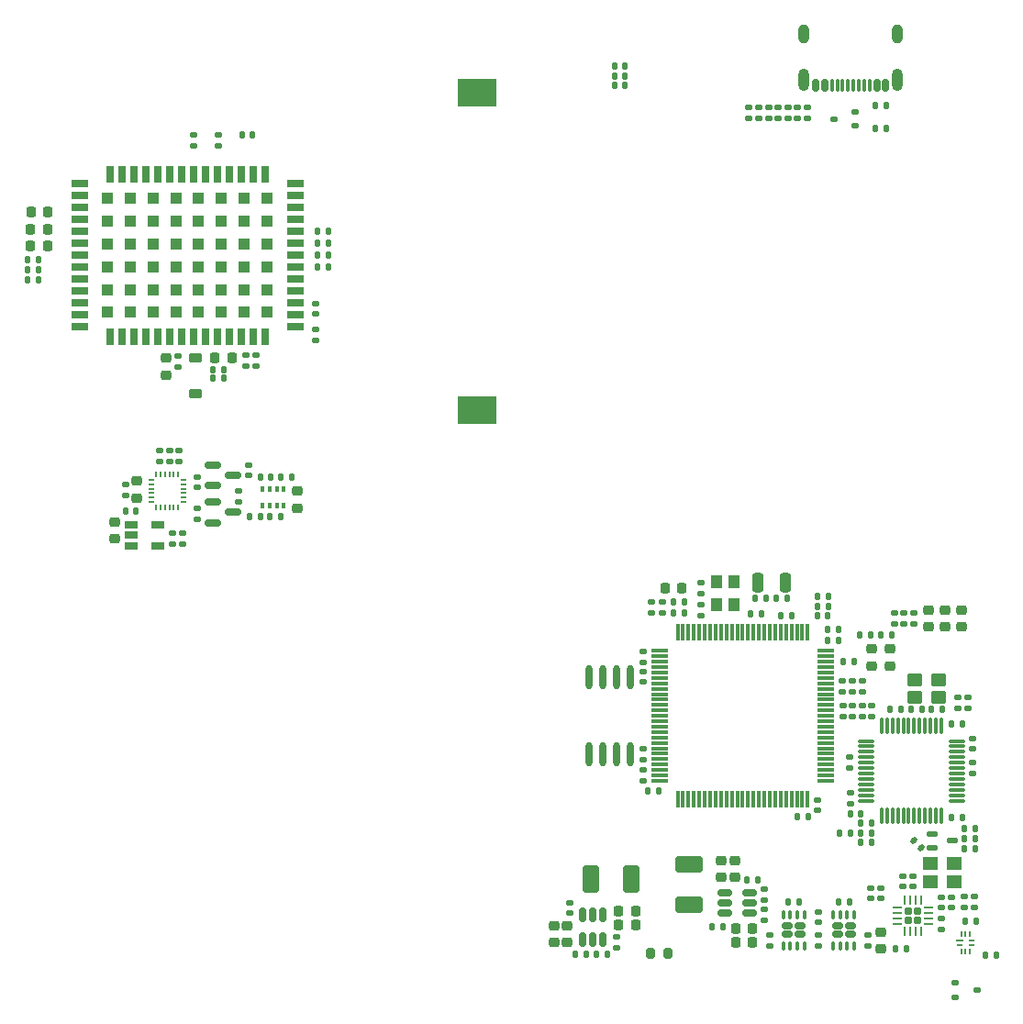
<source format=gbr>
%TF.GenerationSoftware,KiCad,Pcbnew,9.0.2-9.0.2-0~ubuntu24.04.1*%
%TF.CreationDate,2025-05-15T08:28:06+00:00*%
%TF.ProjectId,ModuCard-navigation-module,4d6f6475-4361-4726-942d-6e6176696761,2.1.0*%
%TF.SameCoordinates,Original*%
%TF.FileFunction,Paste,Top*%
%TF.FilePolarity,Positive*%
%FSLAX46Y46*%
G04 Gerber Fmt 4.6, Leading zero omitted, Abs format (unit mm)*
G04 Created by KiCad (PCBNEW 9.0.2-9.0.2-0~ubuntu24.04.1) date 2025-05-15 08:28:06*
%MOMM*%
%LPD*%
G01*
G04 APERTURE LIST*
G04 Aperture macros list*
%AMRoundRect*
0 Rectangle with rounded corners*
0 $1 Rounding radius*
0 $2 $3 $4 $5 $6 $7 $8 $9 X,Y pos of 4 corners*
0 Add a 4 corners polygon primitive as box body*
4,1,4,$2,$3,$4,$5,$6,$7,$8,$9,$2,$3,0*
0 Add four circle primitives for the rounded corners*
1,1,$1+$1,$2,$3*
1,1,$1+$1,$4,$5*
1,1,$1+$1,$6,$7*
1,1,$1+$1,$8,$9*
0 Add four rect primitives between the rounded corners*
20,1,$1+$1,$2,$3,$4,$5,0*
20,1,$1+$1,$4,$5,$6,$7,0*
20,1,$1+$1,$6,$7,$8,$9,0*
20,1,$1+$1,$8,$9,$2,$3,0*%
G04 Aperture macros list end*
%ADD10RoundRect,0.250001X0.999999X-0.499999X0.999999X0.499999X-0.999999X0.499999X-0.999999X-0.499999X0*%
%ADD11RoundRect,0.140000X-0.140000X-0.170000X0.140000X-0.170000X0.140000X0.170000X-0.140000X0.170000X0*%
%ADD12RoundRect,0.140000X0.140000X0.170000X-0.140000X0.170000X-0.140000X-0.170000X0.140000X-0.170000X0*%
%ADD13RoundRect,0.140000X0.170000X-0.140000X0.170000X0.140000X-0.170000X0.140000X-0.170000X-0.140000X0*%
%ADD14RoundRect,0.225000X-0.225000X-0.250000X0.225000X-0.250000X0.225000X0.250000X-0.225000X0.250000X0*%
%ADD15RoundRect,0.140000X-0.170000X0.140000X-0.170000X-0.140000X0.170000X-0.140000X0.170000X0.140000X0*%
%ADD16RoundRect,0.220000X0.220000X0.255000X-0.220000X0.255000X-0.220000X-0.255000X0.220000X-0.255000X0*%
%ADD17RoundRect,0.220000X0.255000X-0.220000X0.255000X0.220000X-0.255000X0.220000X-0.255000X-0.220000X0*%
%ADD18RoundRect,0.147500X0.147500X0.172500X-0.147500X0.172500X-0.147500X-0.172500X0.147500X-0.172500X0*%
%ADD19R,0.663000X0.225000*%
%ADD20R,0.563000X0.225000*%
%ADD21R,0.225000X0.563000*%
%ADD22RoundRect,0.225000X-0.250000X0.225000X-0.250000X-0.225000X0.250000X-0.225000X0.250000X0.225000X0*%
%ADD23RoundRect,0.075000X-0.075000X0.725000X-0.075000X-0.725000X0.075000X-0.725000X0.075000X0.725000X0*%
%ADD24RoundRect,0.075000X-0.725000X0.075000X-0.725000X-0.075000X0.725000X-0.075000X0.725000X0.075000X0*%
%ADD25RoundRect,0.150000X-0.512500X-0.150000X0.512500X-0.150000X0.512500X0.150000X-0.512500X0.150000X0*%
%ADD26RoundRect,0.220000X-0.220000X-0.255000X0.220000X-0.255000X0.220000X0.255000X-0.220000X0.255000X0*%
%ADD27RoundRect,0.220000X-0.255000X0.220000X-0.255000X-0.220000X0.255000X-0.220000X0.255000X0.220000X0*%
%ADD28RoundRect,0.225000X0.225000X0.250000X-0.225000X0.250000X-0.225000X-0.250000X0.225000X-0.250000X0*%
%ADD29RoundRect,0.250000X0.450000X0.350000X-0.450000X0.350000X-0.450000X-0.350000X0.450000X-0.350000X0*%
%ADD30RoundRect,0.075000X-0.075000X0.662500X-0.075000X-0.662500X0.075000X-0.662500X0.075000X0.662500X0*%
%ADD31RoundRect,0.075000X-0.662500X0.075000X-0.662500X-0.075000X0.662500X-0.075000X0.662500X0.075000X0*%
%ADD32RoundRect,0.050000X0.225000X0.050000X-0.225000X0.050000X-0.225000X-0.050000X0.225000X-0.050000X0*%
%ADD33RoundRect,0.050000X-0.050000X0.225000X-0.050000X-0.225000X0.050000X-0.225000X0.050000X0.225000X0*%
%ADD34R,0.350000X0.500000*%
%ADD35R,1.250000X0.650000*%
%ADD36RoundRect,0.150000X0.150000X0.425000X-0.150000X0.425000X-0.150000X-0.425000X0.150000X-0.425000X0*%
%ADD37RoundRect,0.075000X0.075000X0.500000X-0.075000X0.500000X-0.075000X-0.500000X0.075000X-0.500000X0*%
%ADD38O,1.000000X2.100000*%
%ADD39O,1.000000X1.800000*%
%ADD40RoundRect,0.112500X-0.237500X0.112500X-0.237500X-0.112500X0.237500X-0.112500X0.237500X0.112500X0*%
%ADD41R,1.100000X1.300000*%
%ADD42RoundRect,0.150000X-0.587500X-0.150000X0.587500X-0.150000X0.587500X0.150000X-0.587500X0.150000X0*%
%ADD43RoundRect,0.200000X-0.200000X-0.275000X0.200000X-0.275000X0.200000X0.275000X-0.200000X0.275000X0*%
%ADD44RoundRect,0.160000X-0.325000X0.160000X-0.325000X-0.160000X0.325000X-0.160000X0.325000X0.160000X0*%
%ADD45RoundRect,0.075000X-0.075000X0.350000X-0.075000X-0.350000X0.075000X-0.350000X0.075000X0.350000X0*%
%ADD46RoundRect,0.250000X0.250000X-0.650000X0.250000X0.650000X-0.250000X0.650000X-0.250000X-0.650000X0*%
%ADD47RoundRect,0.140000X0.219203X0.021213X0.021213X0.219203X-0.219203X-0.021213X-0.021213X-0.219203X0*%
%ADD48R,1.400000X1.200000*%
%ADD49R,0.800000X1.500000*%
%ADD50R,1.500000X0.800000*%
%ADD51R,1.100000X1.100000*%
%ADD52O,0.630000X2.250000*%
%ADD53RoundRect,0.250001X-0.499999X-0.999999X0.499999X-0.999999X0.499999X0.999999X-0.499999X0.999999X0*%
%ADD54RoundRect,0.172500X-0.172500X0.172500X-0.172500X-0.172500X0.172500X-0.172500X0.172500X0.172500X0*%
%ADD55RoundRect,0.062500X-0.062500X0.350000X-0.062500X-0.350000X0.062500X-0.350000X0.062500X0.350000X0*%
%ADD56RoundRect,0.062500X-0.350000X0.062500X-0.350000X-0.062500X0.350000X-0.062500X0.350000X0.062500X0*%
%ADD57RoundRect,0.112500X0.237500X-0.112500X0.237500X0.112500X-0.237500X0.112500X-0.237500X-0.112500X0*%
%ADD58RoundRect,0.225000X0.375000X-0.225000X0.375000X0.225000X-0.375000X0.225000X-0.375000X-0.225000X0*%
%ADD59R,3.600000X2.600000*%
%ADD60RoundRect,0.125000X0.345000X0.125000X-0.345000X0.125000X-0.345000X-0.125000X0.345000X-0.125000X0*%
%ADD61RoundRect,0.150000X-0.150000X0.512500X-0.150000X-0.512500X0.150000X-0.512500X0.150000X0.512500X0*%
G04 APERTURE END LIST*
D10*
%TO.C,L301*%
X107120720Y-134271542D03*
X107120720Y-130571542D03*
%TD*%
D11*
%TO.C,C420*%
X115578000Y-107597001D03*
X116578000Y-107597001D03*
%TD*%
D12*
%TO.C,C423*%
X106672000Y-106327001D03*
X105672000Y-106327001D03*
%TD*%
D11*
%TO.C,C1105*%
X72870000Y-73275001D03*
X73870000Y-73275001D03*
%TD*%
%TO.C,R409*%
X122850000Y-109365001D03*
X123850000Y-109365001D03*
%TD*%
D13*
%TO.C,C406*%
X108204000Y-107589001D03*
X108204000Y-106589001D03*
%TD*%
D14*
%TO.C,C1102*%
X63390000Y-83785001D03*
X64950000Y-83785001D03*
%TD*%
D15*
%TO.C,R903*%
X126850000Y-131625000D03*
X126850000Y-132625000D03*
%TD*%
D12*
%TO.C,R308*%
X127200000Y-138375000D03*
X126200000Y-138375000D03*
%TD*%
D16*
%TO.C,FB401*%
X106462000Y-105057001D03*
X104882000Y-105057001D03*
%TD*%
D13*
%TO.C,C501*%
X119100000Y-138075000D03*
X119100000Y-137075000D03*
%TD*%
D11*
%TO.C,R716*%
X123000000Y-128525000D03*
X124000000Y-128525000D03*
%TD*%
D15*
%TO.C,R306*%
X114070720Y-132821542D03*
X114070720Y-133821542D03*
%TD*%
D17*
%TO.C,D301*%
X124850000Y-138365000D03*
X124850000Y-136785000D03*
%TD*%
D15*
%TO.C,C427*%
X102870000Y-121829001D03*
X102870000Y-122829001D03*
%TD*%
D13*
%TO.C,C601*%
X114550000Y-138075000D03*
X114550000Y-137075000D03*
%TD*%
D12*
%TO.C,R301*%
X97650000Y-138871508D03*
X96650000Y-138871508D03*
%TD*%
D13*
%TO.C,R600*%
X119100000Y-135925000D03*
X119100000Y-134925000D03*
%TD*%
D15*
%TO.C,R424*%
X66470000Y-93685001D03*
X66470000Y-94685001D03*
%TD*%
%TO.C,C400*%
X102870000Y-112734002D03*
X102870000Y-113734002D03*
%TD*%
D12*
%TO.C,C313*%
X114250000Y-106025000D03*
X113250000Y-106025000D03*
%TD*%
D11*
%TO.C,R801*%
X124350000Y-62675000D03*
X125350000Y-62675000D03*
%TD*%
D12*
%TO.C,C600*%
X117300000Y-134025000D03*
X116300000Y-134025000D03*
%TD*%
D18*
%TO.C,L1100*%
X66855000Y-63275001D03*
X65885000Y-63275001D03*
%TD*%
D11*
%TO.C,C314*%
X115200000Y-106025000D03*
X116200000Y-106025000D03*
%TD*%
D19*
%TO.C,U801*%
X132131500Y-137600000D03*
D20*
X132081500Y-138000000D03*
D21*
X132250000Y-138568500D03*
X132650000Y-138568500D03*
X133050000Y-138568500D03*
D20*
X133218500Y-138000000D03*
X133218500Y-137600000D03*
D21*
X133050000Y-137031500D03*
X132650000Y-137031500D03*
X132250000Y-137031500D03*
%TD*%
D13*
%TO.C,R428*%
X114460000Y-61735001D03*
X114460000Y-60735001D03*
%TD*%
D11*
%TO.C,R429*%
X124820000Y-109365001D03*
X125820000Y-109365001D03*
%TD*%
D22*
%TO.C,C304*%
X94646542Y-136211059D03*
X94646542Y-137771059D03*
%TD*%
D15*
%TO.C,C305*%
X96090000Y-134071508D03*
X96090000Y-135071508D03*
%TD*%
D12*
%TO.C,R404*%
X119950000Y-107645000D03*
X118950000Y-107645000D03*
%TD*%
D23*
%TO.C,U403*%
X118075000Y-109175000D03*
X117575000Y-109175000D03*
X117075000Y-109175000D03*
X116575000Y-109175000D03*
X116075000Y-109175000D03*
X115575000Y-109175000D03*
X115075000Y-109175000D03*
X114575000Y-109175000D03*
X114075000Y-109175000D03*
X113575000Y-109175000D03*
X113075000Y-109175000D03*
X112575000Y-109175000D03*
X112075000Y-109175000D03*
X111575000Y-109175000D03*
X111075000Y-109175000D03*
X110575000Y-109175000D03*
X110075000Y-109175000D03*
X109575000Y-109175000D03*
X109075000Y-109175000D03*
X108575000Y-109175000D03*
X108075000Y-109175000D03*
X107575000Y-109175000D03*
X107075000Y-109175000D03*
X106575000Y-109175000D03*
X106075000Y-109175000D03*
D24*
X104400000Y-110850000D03*
X104400000Y-111350000D03*
X104400000Y-111850000D03*
X104400000Y-112350000D03*
X104400000Y-112850000D03*
X104400000Y-113350000D03*
X104400000Y-113850000D03*
X104400000Y-114350000D03*
X104400000Y-114850000D03*
X104400000Y-115350000D03*
X104400000Y-115850000D03*
X104400000Y-116350000D03*
X104400000Y-116850000D03*
X104400000Y-117350000D03*
X104400000Y-117850000D03*
X104400000Y-118350000D03*
X104400000Y-118850000D03*
X104400000Y-119350000D03*
X104400000Y-119850000D03*
X104400000Y-120350000D03*
X104400000Y-120850000D03*
X104400000Y-121350000D03*
X104400000Y-121850000D03*
X104400000Y-122350000D03*
X104400000Y-122850000D03*
D23*
X106075000Y-124525000D03*
X106575000Y-124525000D03*
X107075000Y-124525000D03*
X107575000Y-124525000D03*
X108075000Y-124525000D03*
X108575000Y-124525000D03*
X109075000Y-124525000D03*
X109575000Y-124525000D03*
X110075000Y-124525000D03*
X110575000Y-124525000D03*
X111075000Y-124525000D03*
X111575000Y-124525000D03*
X112075000Y-124525000D03*
X112575000Y-124525000D03*
X113075000Y-124525000D03*
X113575000Y-124525000D03*
X114075000Y-124525000D03*
X114575000Y-124525000D03*
X115075000Y-124525000D03*
X115575000Y-124525000D03*
X116075000Y-124525000D03*
X116575000Y-124525000D03*
X117075000Y-124525000D03*
X117575000Y-124525000D03*
X118075000Y-124525000D03*
D24*
X119750000Y-122850000D03*
X119750000Y-122350000D03*
X119750000Y-121850000D03*
X119750000Y-121350000D03*
X119750000Y-120850000D03*
X119750000Y-120350000D03*
X119750000Y-119850000D03*
X119750000Y-119350000D03*
X119750000Y-118850000D03*
X119750000Y-118350000D03*
X119750000Y-117850000D03*
X119750000Y-117350000D03*
X119750000Y-116850000D03*
X119750000Y-116350000D03*
X119750000Y-115850000D03*
X119750000Y-115350000D03*
X119750000Y-114850000D03*
X119750000Y-114350000D03*
X119750000Y-113850000D03*
X119750000Y-113350000D03*
X119750000Y-112850000D03*
X119750000Y-112350000D03*
X119750000Y-111850000D03*
X119750000Y-111350000D03*
X119750000Y-110850000D03*
%TD*%
D25*
%TO.C,U301*%
X110412500Y-133168050D03*
X110412500Y-134118050D03*
X110412500Y-135068050D03*
X112687500Y-135068050D03*
X112687500Y-134118050D03*
X112687500Y-133168050D03*
%TD*%
D12*
%TO.C,C500*%
X121900000Y-134025000D03*
X120900000Y-134025000D03*
%TD*%
D15*
%TO.C,R902*%
X127750000Y-131625000D03*
X127750000Y-132625000D03*
%TD*%
D17*
%TO.C,D400*%
X129240000Y-108665000D03*
X129240000Y-107085000D03*
%TD*%
D15*
%TO.C,R700*%
X121325000Y-115925000D03*
X121325000Y-116925000D03*
%TD*%
D11*
%TO.C,R405*%
X100228400Y-58685001D03*
X101228400Y-58685001D03*
%TD*%
%TO.C,R1100*%
X63170000Y-85685001D03*
X64170000Y-85685001D03*
%TD*%
D26*
%TO.C,D1103*%
X46380000Y-70375001D03*
X47960000Y-70375001D03*
%TD*%
D13*
%TO.C,R411*%
X126950000Y-108375000D03*
X126950000Y-107375000D03*
%TD*%
D15*
%TO.C,C410*%
X123100000Y-113600000D03*
X123100000Y-114600000D03*
%TD*%
D27*
%TO.C,D701*%
X125702000Y-110660000D03*
X125702000Y-112240000D03*
%TD*%
D12*
%TO.C,C422*%
X120888000Y-108867001D03*
X119888000Y-108867001D03*
%TD*%
D15*
%TO.C,R701*%
X124000000Y-115925000D03*
X124000000Y-116925000D03*
%TD*%
D12*
%TO.C,C424*%
X106680000Y-107343001D03*
X105680000Y-107343001D03*
%TD*%
%TO.C,C405*%
X120896000Y-109883001D03*
X119896000Y-109883001D03*
%TD*%
D28*
%TO.C,C301*%
X102180000Y-136171508D03*
X100620000Y-136171508D03*
%TD*%
D13*
%TO.C,C300*%
X100400000Y-138281508D03*
X100400000Y-137281508D03*
%TD*%
D17*
%TO.C,D402*%
X132240000Y-108665000D03*
X132240000Y-107085000D03*
%TD*%
D29*
%TO.C,Y700*%
X130150000Y-113525000D03*
X127950000Y-113525000D03*
X127950000Y-115125000D03*
X130150000Y-115125000D03*
%TD*%
D30*
%TO.C,U700*%
X130400000Y-117762500D03*
X129900000Y-117762500D03*
X129400000Y-117762500D03*
X128900000Y-117762500D03*
X128400000Y-117762500D03*
X127900000Y-117762500D03*
X127400000Y-117762500D03*
X126900000Y-117762500D03*
X126400000Y-117762500D03*
X125900000Y-117762500D03*
X125400000Y-117762500D03*
X124900000Y-117762500D03*
D31*
X123487500Y-119175000D03*
X123487500Y-119675000D03*
X123487500Y-120175000D03*
X123487500Y-120675000D03*
X123487500Y-121175000D03*
X123487500Y-121675000D03*
X123487500Y-122175000D03*
X123487500Y-122675000D03*
X123487500Y-123175000D03*
X123487500Y-123675000D03*
X123487500Y-124175000D03*
X123487500Y-124675000D03*
D30*
X124900000Y-126087500D03*
X125400000Y-126087500D03*
X125900000Y-126087500D03*
X126400000Y-126087500D03*
X126900000Y-126087500D03*
X127400000Y-126087500D03*
X127900000Y-126087500D03*
X128400000Y-126087500D03*
X128900000Y-126087500D03*
X129400000Y-126087500D03*
X129900000Y-126087500D03*
X130400000Y-126087500D03*
D31*
X131812500Y-124675000D03*
X131812500Y-124175000D03*
X131812500Y-123675000D03*
X131812500Y-123175000D03*
X131812500Y-122675000D03*
X131812500Y-122175000D03*
X131812500Y-121675000D03*
X131812500Y-121175000D03*
X131812500Y-120675000D03*
X131812500Y-120175000D03*
X131812500Y-119675000D03*
X131812500Y-119175000D03*
%TD*%
D32*
%TO.C,U400*%
X60470000Y-97085001D03*
X60470000Y-96685001D03*
X60470000Y-96285001D03*
X60470000Y-95885001D03*
X60470000Y-95485001D03*
X60470000Y-95085001D03*
D33*
X59970000Y-94585001D03*
X59570000Y-94585001D03*
X59170000Y-94585001D03*
X58770000Y-94585001D03*
X58370000Y-94585001D03*
X57970000Y-94585001D03*
D32*
X57470000Y-95085001D03*
X57470000Y-95485001D03*
X57470000Y-95885001D03*
X57470000Y-96285001D03*
X57470000Y-96685001D03*
X57470000Y-97085001D03*
D33*
X57970000Y-97585001D03*
X58370000Y-97585001D03*
X58770000Y-97585001D03*
X59170000Y-97585001D03*
X59570000Y-97585001D03*
X59970000Y-97585001D03*
%TD*%
D34*
%TO.C,U1300*%
X69720000Y-97485001D03*
X69070000Y-97485001D03*
X68420000Y-97485001D03*
X67770000Y-97485001D03*
X67770000Y-95885001D03*
X68420000Y-95885001D03*
X69070000Y-95885001D03*
X69720000Y-95885001D03*
%TD*%
D15*
%TO.C,R416*%
X66270000Y-83585001D03*
X66270000Y-84585001D03*
%TD*%
%TO.C,C409*%
X60370000Y-99985001D03*
X60370000Y-100985001D03*
%TD*%
D22*
%TO.C,C1300*%
X70945000Y-96105001D03*
X70945000Y-97665001D03*
%TD*%
D12*
%TO.C,C708*%
X128600000Y-116235000D03*
X127600000Y-116235000D03*
%TD*%
D15*
%TO.C,R705*%
X132900000Y-115125000D03*
X132900000Y-116125000D03*
%TD*%
%TO.C,R421*%
X61770000Y-97685001D03*
X61770000Y-98685001D03*
%TD*%
%TO.C,R307*%
X114070720Y-134721542D03*
X114070720Y-135721542D03*
%TD*%
D13*
%TO.C,R417*%
X72670000Y-82185001D03*
X72670000Y-81185001D03*
%TD*%
D15*
%TO.C,C425*%
X103640000Y-106343001D03*
X103640000Y-107343001D03*
%TD*%
D11*
%TO.C,R711*%
X132550000Y-128175000D03*
X133550000Y-128175000D03*
%TD*%
%TO.C,R710*%
X132550000Y-127275000D03*
X133550000Y-127275000D03*
%TD*%
%TO.C,R715*%
X123000000Y-127650000D03*
X124000000Y-127650000D03*
%TD*%
D15*
%TO.C,C801*%
X116250000Y-60725000D03*
X116250000Y-61725000D03*
%TD*%
D13*
%TO.C,C402*%
X102870000Y-111907001D03*
X102870000Y-110907001D03*
%TD*%
D35*
%TO.C,IC400*%
X55607500Y-99260001D03*
X55607500Y-100200001D03*
X55607500Y-101140001D03*
X58107500Y-101140001D03*
X58107500Y-99260001D03*
%TD*%
D11*
%TO.C,R414*%
X66545000Y-98485001D03*
X67545000Y-98485001D03*
%TD*%
D36*
%TO.C,J800*%
X125250000Y-58715000D03*
X124450000Y-58715000D03*
D37*
X123300000Y-58715000D03*
X122300000Y-58715000D03*
X121800000Y-58715000D03*
X120800000Y-58715000D03*
D36*
X119650000Y-58715000D03*
X118850000Y-58715000D03*
X118850000Y-58715000D03*
X119650000Y-58715000D03*
D37*
X120300000Y-58715000D03*
X121300000Y-58715000D03*
X122800000Y-58715000D03*
X123800000Y-58715000D03*
D36*
X124450000Y-58715000D03*
X125250000Y-58715000D03*
D38*
X126370000Y-58140000D03*
D39*
X126370000Y-53960000D03*
D38*
X117730000Y-58140000D03*
D39*
X117730000Y-53960000D03*
%TD*%
D11*
%TO.C,C311*%
X109270720Y-136281542D03*
X110270720Y-136281542D03*
%TD*%
%TO.C,R1105*%
X46070000Y-75685001D03*
X47070000Y-75685001D03*
%TD*%
D22*
%TO.C,C1106*%
X56170000Y-95205001D03*
X56170000Y-96765001D03*
%TD*%
D40*
%TO.C,U402*%
X131707500Y-141512501D03*
X131707500Y-142812501D03*
X133707500Y-142162501D03*
%TD*%
D11*
%TO.C,C707*%
X129500000Y-116225000D03*
X130500000Y-116225000D03*
%TD*%
D26*
%TO.C,D1101*%
X46370000Y-71975001D03*
X47950000Y-71975001D03*
%TD*%
D15*
%TO.C,R901*%
X123900000Y-132725000D03*
X123900000Y-133725000D03*
%TD*%
D11*
%TO.C,R1107*%
X46070000Y-76585001D03*
X47070000Y-76585001D03*
%TD*%
D41*
%TO.C,Y400*%
X109665000Y-104515001D03*
X109665000Y-106615001D03*
X111315000Y-106615001D03*
X111315000Y-104515001D03*
%TD*%
D12*
%TO.C,R709*%
X133550000Y-129075000D03*
X132550000Y-129075000D03*
%TD*%
D15*
%TO.C,R805*%
X117150000Y-60725000D03*
X117150000Y-61725000D03*
%TD*%
%TO.C,R800*%
X118050000Y-60725000D03*
X118050000Y-61725000D03*
%TD*%
D12*
%TO.C,C1302*%
X68545000Y-94785001D03*
X67545000Y-94785001D03*
%TD*%
D14*
%TO.C,C310*%
X111420720Y-136481542D03*
X112980720Y-136481542D03*
%TD*%
D15*
%TO.C,R402*%
X122200000Y-113600000D03*
X122200000Y-114600000D03*
%TD*%
D13*
%TO.C,R702*%
X133300000Y-122175000D03*
X133300000Y-121175000D03*
%TD*%
D42*
%TO.C,Q400*%
X63195000Y-97135001D03*
X63195000Y-99035001D03*
X65070000Y-98085001D03*
%TD*%
D14*
%TO.C,C309*%
X111410271Y-137725000D03*
X112970271Y-137725000D03*
%TD*%
D13*
%TO.C,C900*%
X130450000Y-134575000D03*
X130450000Y-133575000D03*
%TD*%
D22*
%TO.C,C407*%
X54112500Y-98970001D03*
X54112500Y-100530001D03*
%TD*%
D15*
%TO.C,C404*%
X118975000Y-124600000D03*
X118975000Y-125600000D03*
%TD*%
%TO.C,R802*%
X132550000Y-133525000D03*
X132550000Y-134525000D03*
%TD*%
%TO.C,C432*%
X108204000Y-104557001D03*
X108204000Y-105557001D03*
%TD*%
D11*
%TO.C,C701*%
X131350000Y-117625000D03*
X132350000Y-117625000D03*
%TD*%
D12*
%TO.C,R300*%
X99550000Y-138871508D03*
X98550000Y-138871508D03*
%TD*%
D22*
%TO.C,C1100*%
X58870000Y-83855001D03*
X58870000Y-85415001D03*
%TD*%
D11*
%TO.C,C700*%
X122000000Y-125875000D03*
X123000000Y-125875000D03*
%TD*%
D15*
%TO.C,R426*%
X61770000Y-94785001D03*
X61770000Y-95785001D03*
%TD*%
D42*
%TO.C,Q401*%
X63195000Y-93685001D03*
X63195000Y-95585001D03*
X65070000Y-94635001D03*
%TD*%
D12*
%TO.C,R1104*%
X73870000Y-75475001D03*
X72870000Y-75475001D03*
%TD*%
D13*
%TO.C,R500*%
X123650000Y-138075000D03*
X123650000Y-137075000D03*
%TD*%
D15*
%TO.C,C704*%
X133290000Y-118922500D03*
X133290000Y-119922500D03*
%TD*%
%TO.C,C411*%
X59470000Y-99985001D03*
X59470000Y-100985001D03*
%TD*%
D13*
%TO.C,C902*%
X131350000Y-134575000D03*
X131350000Y-133575000D03*
%TD*%
D11*
%TO.C,C312*%
X132650000Y-135775000D03*
X133650000Y-135775000D03*
%TD*%
D13*
%TO.C,C702*%
X122010000Y-124927500D03*
X122010000Y-123927500D03*
%TD*%
D11*
%TO.C,C1103*%
X63170000Y-84885001D03*
X64170000Y-84885001D03*
%TD*%
D15*
%TO.C,R706*%
X131950000Y-115125000D03*
X131950000Y-116125000D03*
%TD*%
D13*
%TO.C,R803*%
X133450000Y-134525000D03*
X133450000Y-133525000D03*
%TD*%
D22*
%TO.C,C307*%
X110108674Y-130191542D03*
X110108674Y-131751542D03*
%TD*%
D12*
%TO.C,C306*%
X113480720Y-131971542D03*
X112480720Y-131971542D03*
%TD*%
D13*
%TO.C,R401*%
X121300000Y-114600000D03*
X121300000Y-113600000D03*
%TD*%
D43*
%TO.C,F300*%
X103580000Y-138775000D03*
X105220000Y-138775000D03*
%TD*%
D11*
%TO.C,R714*%
X123000000Y-126775000D03*
X124000000Y-126775000D03*
%TD*%
D15*
%TO.C,R900*%
X124800000Y-132725000D03*
X124800000Y-133725000D03*
%TD*%
D13*
%TO.C,C1108*%
X58270000Y-93385001D03*
X58270000Y-92385001D03*
%TD*%
D44*
%TO.C,U600*%
X117400000Y-136225000D03*
X116200000Y-136225000D03*
X117400000Y-137025000D03*
X116200000Y-137025000D03*
D45*
X117775000Y-135175000D03*
X117125000Y-135175000D03*
X116475000Y-135175000D03*
X115825000Y-135175000D03*
X115825000Y-138075000D03*
X116475000Y-138075000D03*
X117125000Y-138075000D03*
X117775000Y-138075000D03*
%TD*%
D46*
%TO.C,X300*%
X113475000Y-104550000D03*
X115975000Y-104550000D03*
%TD*%
D12*
%TO.C,R406*%
X101228400Y-56885001D03*
X100228400Y-56885001D03*
%TD*%
D13*
%TO.C,R412*%
X126050000Y-108375000D03*
X126050000Y-107375000D03*
%TD*%
%TO.C,C1104*%
X63670000Y-64275001D03*
X63670000Y-63275001D03*
%TD*%
%TO.C,C706*%
X122200000Y-116925000D03*
X122200000Y-115925000D03*
%TD*%
D11*
%TO.C,C800*%
X124350000Y-60525000D03*
X125350000Y-60525000D03*
%TD*%
D28*
%TO.C,C302*%
X102180000Y-134909462D03*
X100620000Y-134909462D03*
%TD*%
D11*
%TO.C,C1301*%
X69445000Y-94785001D03*
X70445000Y-94785001D03*
%TD*%
D15*
%TO.C,R420*%
X59170000Y-92385001D03*
X59170000Y-93385001D03*
%TD*%
D11*
%TO.C,C401*%
X112825000Y-107475000D03*
X113825000Y-107475000D03*
%TD*%
D15*
%TO.C,C1107*%
X55170000Y-95485001D03*
X55170000Y-96485001D03*
%TD*%
D13*
%TO.C,R419*%
X60070000Y-93385001D03*
X60070000Y-92385001D03*
%TD*%
D11*
%TO.C,C705*%
X125700000Y-116235000D03*
X126700000Y-116235000D03*
%TD*%
D47*
%TO.C,R712*%
X128553553Y-129028553D03*
X127846447Y-128321447D03*
%TD*%
D15*
%TO.C,R708*%
X121900000Y-120675000D03*
X121900000Y-121675000D03*
%TD*%
D12*
%TO.C,C403*%
X104325000Y-123750000D03*
X103325000Y-123750000D03*
%TD*%
D13*
%TO.C,R410*%
X127850000Y-108375000D03*
X127850000Y-107375000D03*
%TD*%
D15*
%TO.C,R1102*%
X61370000Y-63275001D03*
X61370000Y-64275001D03*
%TD*%
D11*
%TO.C,R1106*%
X46070000Y-74785001D03*
X47070000Y-74785001D03*
%TD*%
D48*
%TO.C,Y900*%
X131600000Y-130475000D03*
X129400000Y-130475000D03*
X129400000Y-132175000D03*
X131600000Y-132175000D03*
%TD*%
D44*
%TO.C,U500*%
X122000000Y-136225000D03*
X120800000Y-136225000D03*
X122000000Y-137025000D03*
X120800000Y-137025000D03*
D45*
X122375000Y-135175000D03*
X121725000Y-135175000D03*
X121075000Y-135175000D03*
X120425000Y-135175000D03*
X120425000Y-138075000D03*
X121075000Y-138075000D03*
X121725000Y-138075000D03*
X122375000Y-138075000D03*
%TD*%
D13*
%TO.C,R415*%
X72670000Y-79785001D03*
X72670000Y-78785001D03*
%TD*%
D11*
%TO.C,C415*%
X118960000Y-105865000D03*
X119960000Y-105865000D03*
%TD*%
D49*
%TO.C,U1100*%
X67970000Y-66875001D03*
X66870000Y-66875001D03*
X65770000Y-66875001D03*
X64670000Y-66875001D03*
X63570000Y-66875001D03*
X62470000Y-66875001D03*
X61370000Y-66875001D03*
X60270000Y-66875001D03*
X59170000Y-66875001D03*
X58070000Y-66875001D03*
X56970000Y-66875001D03*
X55870000Y-66875001D03*
X54770000Y-66875001D03*
X53670000Y-66875001D03*
D50*
X50870000Y-67775001D03*
X50870000Y-68875001D03*
X50870000Y-69975001D03*
X50870000Y-71075001D03*
X50870000Y-72175001D03*
X50870000Y-73275001D03*
X50870000Y-74375001D03*
X50870000Y-75475001D03*
X50870000Y-76575001D03*
X50870000Y-77675001D03*
X50870000Y-78775001D03*
X50870000Y-79875001D03*
X50870000Y-80975001D03*
D49*
X53670000Y-81875001D03*
X54770000Y-81875001D03*
X55870000Y-81875001D03*
X56970000Y-81875001D03*
X58070000Y-81875001D03*
X59170000Y-81875001D03*
X60270000Y-81875001D03*
X61370000Y-81875001D03*
X62470000Y-81875001D03*
X63570000Y-81875001D03*
X64670000Y-81875001D03*
X65770000Y-81875001D03*
X66870000Y-81875001D03*
X67970000Y-81875001D03*
D50*
X70770000Y-80975001D03*
X70770000Y-79875001D03*
X70770000Y-78775001D03*
X70770000Y-77675001D03*
X70770000Y-76575001D03*
X70770000Y-75475001D03*
X70770000Y-74375001D03*
X70770000Y-73275001D03*
X70770000Y-72175001D03*
X70770000Y-71075001D03*
X70770000Y-69975001D03*
X70770000Y-68875001D03*
X70770000Y-67775001D03*
D51*
X68170000Y-69125001D03*
X66070000Y-69125001D03*
X63970000Y-69125001D03*
X61870000Y-69125001D03*
X59770000Y-69125001D03*
X57670000Y-69125001D03*
X55570000Y-69125001D03*
X53470000Y-69125001D03*
X68170000Y-71225001D03*
X66070000Y-71225001D03*
X63970000Y-71225001D03*
X61870000Y-71225001D03*
X59770000Y-71225001D03*
X57670000Y-71225001D03*
X55570000Y-71225001D03*
X53470000Y-71225001D03*
X68170000Y-73325001D03*
X66070000Y-73325001D03*
X63970000Y-73325001D03*
X61870000Y-73325001D03*
X59770000Y-73325001D03*
X57670000Y-73325001D03*
X55570000Y-73325001D03*
X53470000Y-73325001D03*
X68170000Y-75425001D03*
X66070000Y-75425001D03*
X63970000Y-75425001D03*
X61870000Y-75425001D03*
X59770000Y-75425001D03*
X57670000Y-75425001D03*
X55570000Y-75425001D03*
X53470000Y-75425001D03*
X68170000Y-77525001D03*
X66070000Y-77525001D03*
X63970000Y-77525001D03*
X61870000Y-77525001D03*
X59770000Y-77525001D03*
X57670000Y-77525001D03*
X55570000Y-77525001D03*
X53470000Y-77525001D03*
X68170000Y-79625001D03*
X66070000Y-79625001D03*
X63970000Y-79625001D03*
X61870000Y-79625001D03*
X59770000Y-79625001D03*
X57670000Y-79625001D03*
X55570000Y-79625001D03*
X53470000Y-79625001D03*
%TD*%
D52*
%TO.C,U100*%
X101705000Y-113320000D03*
X100435000Y-113320000D03*
X99155000Y-113320000D03*
X97885000Y-113320000D03*
X97885000Y-120380000D03*
X99155000Y-120380000D03*
X100435000Y-120380000D03*
X101705000Y-120380000D03*
%TD*%
D26*
%TO.C,D1102*%
X46370000Y-73475001D03*
X47950000Y-73475001D03*
%TD*%
D17*
%TO.C,D700*%
X123952000Y-112240000D03*
X123952000Y-110660000D03*
%TD*%
D53*
%TO.C,L300*%
X98100000Y-131921508D03*
X101800000Y-131921508D03*
%TD*%
D13*
%TO.C,C100*%
X102850000Y-120925000D03*
X102850000Y-119925000D03*
%TD*%
D12*
%TO.C,R1103*%
X73870000Y-74375001D03*
X72870000Y-74375001D03*
%TD*%
D15*
%TO.C,C1101*%
X59970000Y-83635001D03*
X59970000Y-84635001D03*
%TD*%
D13*
%TO.C,R423*%
X113570000Y-61725001D03*
X113570000Y-60725001D03*
%TD*%
D12*
%TO.C,R1101*%
X73870000Y-72175001D03*
X72870000Y-72175001D03*
%TD*%
D54*
%TO.C,U302*%
X128225000Y-134887500D03*
X127375000Y-134887500D03*
X128225000Y-135737500D03*
X127375000Y-135737500D03*
D55*
X128550000Y-133850000D03*
X128050000Y-133850000D03*
X127550000Y-133850000D03*
X127050000Y-133850000D03*
D56*
X126337500Y-134562500D03*
X126337500Y-135062500D03*
X126337500Y-135562500D03*
X126337500Y-136062500D03*
D55*
X127050000Y-136775000D03*
X127550000Y-136775000D03*
X128050000Y-136775000D03*
X128550000Y-136775000D03*
D56*
X129262500Y-136062500D03*
X129262500Y-135562500D03*
X129262500Y-135062500D03*
X129262500Y-134562500D03*
%TD*%
D57*
%TO.C,U401*%
X122470000Y-62435001D03*
X122470000Y-61135001D03*
X120470000Y-61785001D03*
%TD*%
D15*
%TO.C,C426*%
X104656000Y-106335001D03*
X104656000Y-107335001D03*
%TD*%
D11*
%TO.C,C703*%
X131350000Y-126275000D03*
X132350000Y-126275000D03*
%TD*%
D17*
%TO.C,D401*%
X130750000Y-108665000D03*
X130750000Y-107085000D03*
%TD*%
D13*
%TO.C,R408*%
X115350000Y-61725000D03*
X115350000Y-60725000D03*
%TD*%
D15*
%TO.C,R422*%
X65570000Y-96085001D03*
X65570000Y-97085001D03*
%TD*%
D12*
%TO.C,R403*%
X119960000Y-106765000D03*
X118960000Y-106765000D03*
%TD*%
D13*
%TO.C,R703*%
X123100000Y-116925000D03*
X123100000Y-115925000D03*
%TD*%
D12*
%TO.C,R413*%
X69445000Y-98485001D03*
X68445000Y-98485001D03*
%TD*%
D22*
%TO.C,C308*%
X111370720Y-130191542D03*
X111370720Y-131751542D03*
%TD*%
D58*
%TO.C,D1100*%
X61570000Y-87135001D03*
X61570000Y-83835001D03*
%TD*%
D13*
%TO.C,R407*%
X112650000Y-61725000D03*
X112650000Y-60725000D03*
%TD*%
D59*
%TO.C,BAT1100*%
X87570000Y-88635001D03*
X87570000Y-59335001D03*
%TD*%
D11*
%TO.C,C434*%
X121354999Y-111850000D03*
X122354999Y-111850000D03*
%TD*%
%TO.C,C408*%
X55112500Y-97950001D03*
X56112500Y-97950001D03*
%TD*%
D15*
%TO.C,R418*%
X67170000Y-83585001D03*
X67170000Y-84585001D03*
%TD*%
D60*
%TO.C,Q700*%
X129600000Y-127725000D03*
X129600000Y-129025000D03*
X131400000Y-128375000D03*
%TD*%
D15*
%TO.C,C904*%
X130450000Y-135525000D03*
X130450000Y-136525000D03*
%TD*%
D11*
%TO.C,C421*%
X117094000Y-126139001D03*
X118094000Y-126139001D03*
%TD*%
D12*
%TO.C,C416*%
X101228400Y-57785001D03*
X100228400Y-57785001D03*
%TD*%
D11*
%TO.C,R804*%
X134450000Y-138925000D03*
X135450000Y-138925000D03*
%TD*%
D61*
%TO.C,U300*%
X99203492Y-135213288D03*
X98253492Y-135213288D03*
X97303492Y-135213288D03*
X97303492Y-137488288D03*
X98253492Y-137488288D03*
X99203492Y-137488288D03*
%TD*%
D22*
%TO.C,C303*%
X95890000Y-136221508D03*
X95890000Y-137781508D03*
%TD*%
D11*
%TO.C,R704*%
X121050000Y-127650000D03*
X122050000Y-127650000D03*
%TD*%
M02*

</source>
